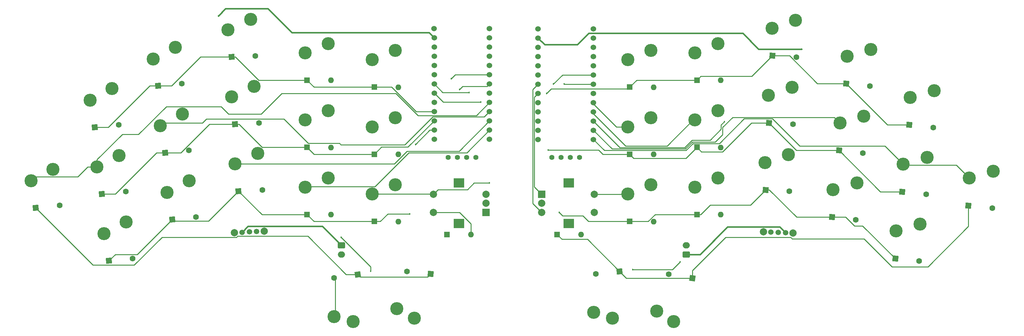
<source format=gtl>
%TF.GenerationSoftware,KiCad,Pcbnew,7.0.9*%
%TF.CreationDate,2024-02-19T09:25:44+08:00*%
%TF.ProjectId,ascend,61736365-6e64-42e6-9b69-6361645f7063,v1.2*%
%TF.SameCoordinates,Original*%
%TF.FileFunction,Copper,L1,Top*%
%TF.FilePolarity,Positive*%
%FSLAX46Y46*%
G04 Gerber Fmt 4.6, Leading zero omitted, Abs format (unit mm)*
G04 Created by KiCad (PCBNEW 7.0.9) date 2024-02-19 09:25:44*
%MOMM*%
%LPD*%
G01*
G04 APERTURE LIST*
G04 Aperture macros list*
%AMRoundRect*
0 Rectangle with rounded corners*
0 $1 Rounding radius*
0 $2 $3 $4 $5 $6 $7 $8 $9 X,Y pos of 4 corners*
0 Add a 4 corners polygon primitive as box body*
4,1,4,$2,$3,$4,$5,$6,$7,$8,$9,$2,$3,0*
0 Add four circle primitives for the rounded corners*
1,1,$1+$1,$2,$3*
1,1,$1+$1,$4,$5*
1,1,$1+$1,$6,$7*
1,1,$1+$1,$8,$9*
0 Add four rect primitives between the rounded corners*
20,1,$1+$1,$2,$3,$4,$5,0*
20,1,$1+$1,$4,$5,$6,$7,0*
20,1,$1+$1,$6,$7,$8,$9,0*
20,1,$1+$1,$8,$9,$2,$3,0*%
%AMHorizOval*
0 Thick line with rounded ends*
0 $1 width*
0 $2 $3 position (X,Y) of the first rounded end (center of the circle)*
0 $4 $5 position (X,Y) of the second rounded end (center of the circle)*
0 Add line between two ends*
20,1,$1,$2,$3,$4,$5,0*
0 Add two circle primitives to create the rounded ends*
1,1,$1,$2,$3*
1,1,$1,$4,$5*%
%AMRotRect*
0 Rectangle, with rotation*
0 The origin of the aperture is its center*
0 $1 length*
0 $2 width*
0 $3 Rotation angle, in degrees counterclockwise*
0 Add horizontal line*
21,1,$1,$2,0,0,$3*%
G04 Aperture macros list end*
%TA.AperFunction,ComponentPad*%
%ADD10C,1.524000*%
%TD*%
%TA.AperFunction,ComponentPad*%
%ADD11R,1.600000X1.600000*%
%TD*%
%TA.AperFunction,ComponentPad*%
%ADD12O,1.600000X1.600000*%
%TD*%
%TA.AperFunction,ComponentPad*%
%ADD13RoundRect,0.250000X0.750000X-0.600000X0.750000X0.600000X-0.750000X0.600000X-0.750000X-0.600000X0*%
%TD*%
%TA.AperFunction,ComponentPad*%
%ADD14O,2.000000X1.700000*%
%TD*%
%TA.AperFunction,ComponentPad*%
%ADD15R,2.000000X2.000000*%
%TD*%
%TA.AperFunction,ComponentPad*%
%ADD16C,2.000000*%
%TD*%
%TA.AperFunction,ComponentPad*%
%ADD17R,3.000000X2.500000*%
%TD*%
%TA.AperFunction,ComponentPad*%
%ADD18C,3.600000*%
%TD*%
%TA.AperFunction,ComponentPad*%
%ADD19RotRect,1.600000X1.600000X174.000000*%
%TD*%
%TA.AperFunction,ComponentPad*%
%ADD20HorizOval,1.600000X0.000000X0.000000X0.000000X0.000000X0*%
%TD*%
%TA.AperFunction,ComponentPad*%
%ADD21RotRect,1.600000X1.600000X177.000000*%
%TD*%
%TA.AperFunction,ComponentPad*%
%ADD22HorizOval,1.600000X0.000000X0.000000X0.000000X0.000000X0*%
%TD*%
%TA.AperFunction,ComponentPad*%
%ADD23C,1.500000*%
%TD*%
%TA.AperFunction,ComponentPad*%
%ADD24RotRect,1.600000X1.600000X186.000000*%
%TD*%
%TA.AperFunction,ComponentPad*%
%ADD25HorizOval,1.600000X0.000000X0.000000X0.000000X0.000000X0*%
%TD*%
%TA.AperFunction,ComponentPad*%
%ADD26RoundRect,0.250000X-0.750000X0.600000X-0.750000X-0.600000X0.750000X-0.600000X0.750000X0.600000X0*%
%TD*%
%TA.AperFunction,ComponentPad*%
%ADD27RotRect,1.600000X1.600000X183.000000*%
%TD*%
%TA.AperFunction,ComponentPad*%
%ADD28HorizOval,1.600000X0.000000X0.000000X0.000000X0.000000X0*%
%TD*%
%TA.AperFunction,ComponentPad*%
%ADD29RotRect,1.600000X1.600000X351.000000*%
%TD*%
%TA.AperFunction,ComponentPad*%
%ADD30HorizOval,1.600000X0.000000X0.000000X0.000000X0.000000X0*%
%TD*%
%TA.AperFunction,ComponentPad*%
%ADD31C,1.397000*%
%TD*%
%TA.AperFunction,ComponentPad*%
%ADD32RotRect,1.600000X1.600000X6.000000*%
%TD*%
%TA.AperFunction,ComponentPad*%
%ADD33HorizOval,1.600000X0.000000X0.000000X0.000000X0.000000X0*%
%TD*%
%TA.AperFunction,ComponentPad*%
%ADD34RotRect,1.600000X1.600000X354.000000*%
%TD*%
%TA.AperFunction,ComponentPad*%
%ADD35HorizOval,1.600000X0.000000X0.000000X0.000000X0.000000X0*%
%TD*%
%TA.AperFunction,ComponentPad*%
%ADD36RotRect,1.600000X1.600000X9.000000*%
%TD*%
%TA.AperFunction,ComponentPad*%
%ADD37HorizOval,1.600000X0.000000X0.000000X0.000000X0.000000X0*%
%TD*%
%TA.AperFunction,ViaPad*%
%ADD38C,0.457200*%
%TD*%
%TA.AperFunction,Conductor*%
%ADD39C,0.254000*%
%TD*%
%TA.AperFunction,Conductor*%
%ADD40C,0.400000*%
%TD*%
G04 APERTURE END LIST*
D10*
%TO.P,Pro_Micro_nRF58240_flip2,1,TX0/P0.06*%
%TO.N,unconnected-(Pro_Micro_nRF58240_flip2-TX0{slash}P0.06-Pad1)*%
X241197285Y-109069257D03*
%TO.P,Pro_Micro_nRF58240_flip2,2,RX1/P0.08*%
%TO.N,unconnected-(Pro_Micro_nRF58240_flip2-RX1{slash}P0.08-Pad2)*%
X241197285Y-111609257D03*
%TO.P,Pro_Micro_nRF58240_flip2,3,GND*%
%TO.N,GND_r*%
X241197285Y-114149257D03*
%TO.P,Pro_Micro_nRF58240_flip2,4,GND*%
X241197285Y-116689257D03*
%TO.P,Pro_Micro_nRF58240_flip2,5,P0.17*%
%TO.N,SDA_r*%
X241197285Y-119229257D03*
%TO.P,Pro_Micro_nRF58240_flip2,6,P0.20*%
%TO.N,SCL_r*%
X241197285Y-121769257D03*
%TO.P,Pro_Micro_nRF58240_flip2,7,P0.22*%
%TO.N,unconnected-(Pro_Micro_nRF58240_flip2-P0.22-Pad7)*%
X241197285Y-124309257D03*
%TO.P,Pro_Micro_nRF58240_flip2,8,P0.24*%
%TO.N,Col 0_r*%
X241197285Y-126849257D03*
%TO.P,Pro_Micro_nRF58240_flip2,9,P1.00*%
%TO.N,Col 1_r*%
X241197285Y-129389257D03*
%TO.P,Pro_Micro_nRF58240_flip2,10,P0.11*%
%TO.N,Col 2_r*%
X241197285Y-131929257D03*
%TO.P,Pro_Micro_nRF58240_flip2,11,P1.04*%
%TO.N,Col 3_r*%
X241197285Y-134469257D03*
%TO.P,Pro_Micro_nRF58240_flip2,12,P1.06*%
%TO.N,Col 4_r*%
X241197285Y-137009257D03*
%TO.P,Pro_Micro_nRF58240_flip2,13,NFC1/P0.09*%
%TO.N,Row 3_r*%
X225977285Y-137009257D03*
%TO.P,Pro_Micro_nRF58240_flip2,14,NFC2/P0.10*%
%TO.N,Row 2_r*%
X225977285Y-134469257D03*
%TO.P,Pro_Micro_nRF58240_flip2,15,P1.11*%
%TO.N,Row 1_r*%
X225977285Y-131929257D03*
%TO.P,Pro_Micro_nRF58240_flip2,16,P1.13*%
%TO.N,Row 0_r*%
X225977285Y-129389257D03*
%TO.P,Pro_Micro_nRF58240_flip2,17,P1.15*%
%TO.N,unconnected-(Pro_Micro_nRF58240_flip2-P1.15-Pad17)*%
X225977285Y-126849257D03*
%TO.P,Pro_Micro_nRF58240_flip2,18,AIN0/P0.02*%
%TO.N,EC_B_r*%
X225977285Y-124309257D03*
%TO.P,Pro_Micro_nRF58240_flip2,19,AIN5/P0.29*%
%TO.N,EC_A_r*%
X225977285Y-121769257D03*
%TO.P,Pro_Micro_nRF58240_flip2,20,AIN7/P0.31*%
%TO.N,unconnected-(Pro_Micro_nRF58240_flip2-AIN7{slash}P0.31-Pad20)*%
X225977285Y-119229257D03*
%TO.P,Pro_Micro_nRF58240_flip2,21,VCC*%
%TO.N,Vout(3.3V)_r*%
X225977285Y-116689257D03*
%TO.P,Pro_Micro_nRF58240_flip2,22,RST*%
%TO.N,unconnected-(Pro_Micro_nRF58240_flip2-RST-Pad22)*%
X225977285Y-114149257D03*
%TO.P,Pro_Micro_nRF58240_flip2,23,GND*%
%TO.N,GND_r*%
X225977285Y-111609257D03*
%TO.P,Pro_Micro_nRF58240_flip2,24,BATIN/P0.04*%
%TO.N,RAW_r*%
X225977285Y-109069257D03*
%TO.P,Pro_Micro_nRF58240_flip2,25,GND*%
%TO.N,GND_r*%
X241197285Y-106529257D03*
%TO.P,Pro_Micro_nRF58240_flip2,26,BATIN*%
%TO.N,unconnected-(Pro_Micro_nRF58240_flip2-BATIN-Pad26)*%
X225957285Y-106529257D03*
%TD*%
%TO.P,Pro_Micro_nRF58240_flip1,1,TX0/P0.06*%
%TO.N,unconnected-(Pro_Micro_nRF58240_flip1-TX0{slash}P0.06-Pad1)*%
X212597285Y-109044257D03*
%TO.P,Pro_Micro_nRF58240_flip1,2,RX1/P0.08*%
%TO.N,unconnected-(Pro_Micro_nRF58240_flip1-RX1{slash}P0.08-Pad2)*%
X212597285Y-111584257D03*
%TO.P,Pro_Micro_nRF58240_flip1,3,GND*%
%TO.N,GND_l*%
X212597285Y-114124257D03*
%TO.P,Pro_Micro_nRF58240_flip1,4,GND*%
X212597285Y-116664257D03*
%TO.P,Pro_Micro_nRF58240_flip1,5,P0.17*%
%TO.N,SDA_l*%
X212597285Y-119204257D03*
%TO.P,Pro_Micro_nRF58240_flip1,6,P0.20*%
%TO.N,SCL_l*%
X212597285Y-121744257D03*
%TO.P,Pro_Micro_nRF58240_flip1,7,P0.22*%
%TO.N,unconnected-(Pro_Micro_nRF58240_flip1-P0.22-Pad7)*%
X212597285Y-124284257D03*
%TO.P,Pro_Micro_nRF58240_flip1,8,P0.24*%
%TO.N,Col 0_l*%
X212597285Y-126824257D03*
%TO.P,Pro_Micro_nRF58240_flip1,9,P1.00*%
%TO.N,Col 1_l*%
X212597285Y-129364257D03*
%TO.P,Pro_Micro_nRF58240_flip1,10,P0.11*%
%TO.N,Col 2_l*%
X212597285Y-131904257D03*
%TO.P,Pro_Micro_nRF58240_flip1,11,P1.04*%
%TO.N,Col 3_l*%
X212597285Y-134444257D03*
%TO.P,Pro_Micro_nRF58240_flip1,12,P1.06*%
%TO.N,Col 4_l*%
X212597285Y-136984257D03*
%TO.P,Pro_Micro_nRF58240_flip1,13,NFC1/P0.09*%
%TO.N,Row 3_l*%
X197377285Y-136984257D03*
%TO.P,Pro_Micro_nRF58240_flip1,14,NFC2/P0.10*%
%TO.N,Row 2_l*%
X197377285Y-134444257D03*
%TO.P,Pro_Micro_nRF58240_flip1,15,P1.11*%
%TO.N,Row 1_l*%
X197377285Y-131904257D03*
%TO.P,Pro_Micro_nRF58240_flip1,16,P1.13*%
%TO.N,Row 0_l*%
X197377285Y-129364257D03*
%TO.P,Pro_Micro_nRF58240_flip1,17,P1.15*%
%TO.N,unconnected-(Pro_Micro_nRF58240_flip1-P1.15-Pad17)*%
X197377285Y-126824257D03*
%TO.P,Pro_Micro_nRF58240_flip1,18,AIN0/P0.02*%
%TO.N,EC_B_l*%
X197377285Y-124284257D03*
%TO.P,Pro_Micro_nRF58240_flip1,19,AIN5/P0.29*%
%TO.N,EC_A_l*%
X197377285Y-121744257D03*
%TO.P,Pro_Micro_nRF58240_flip1,20,AIN7/P0.31*%
%TO.N,unconnected-(Pro_Micro_nRF58240_flip1-AIN7{slash}P0.31-Pad20)*%
X197377285Y-119204257D03*
%TO.P,Pro_Micro_nRF58240_flip1,21,VCC*%
%TO.N,Vout(3.3V)_l*%
X197377285Y-116664257D03*
%TO.P,Pro_Micro_nRF58240_flip1,22,RST*%
%TO.N,unconnected-(Pro_Micro_nRF58240_flip1-RST-Pad22)*%
X197377285Y-114124257D03*
%TO.P,Pro_Micro_nRF58240_flip1,23,GND*%
%TO.N,GND_l*%
X197377285Y-111584257D03*
%TO.P,Pro_Micro_nRF58240_flip1,24,BATIN/P0.04*%
%TO.N,RAW_l*%
X197377285Y-109044257D03*
%TO.P,Pro_Micro_nRF58240_flip1,25,GND*%
%TO.N,GND_l*%
X212597285Y-106504257D03*
%TO.P,Pro_Micro_nRF58240_flip1,26,BATIN*%
%TO.N,unconnected-(Pro_Micro_nRF58240_flip1-BATIN-Pad26)*%
X197357285Y-106504257D03*
%TD*%
D11*
%TO.P,D5_r1,1,K*%
%TO.N,Row 0_r*%
X269685885Y-120702257D03*
D12*
%TO.P,D5_r1,2,A*%
%TO.N,Net-(D5_r1-A)*%
X276270885Y-120722257D03*
%TD*%
D13*
%TO.P,BT2,1,+*%
%TO.N,Battery_Vin_r*%
X266785885Y-168672257D03*
D14*
%TO.P,BT2,2,-*%
%TO.N,GND_r*%
X266785885Y-166172257D03*
%TD*%
D11*
%TO.P,D12,1,K*%
%TO.N,Row 1_l*%
X162385885Y-139202257D03*
D12*
%TO.P,D12,2,A*%
%TO.N,Net-(D12-A)*%
X168970885Y-139222257D03*
%TD*%
D15*
%TO.P,SW2,A,A*%
%TO.N,EC_B_r*%
X226946385Y-152102257D03*
D16*
%TO.P,SW2,B,B*%
%TO.N,EC_A_r*%
X226946385Y-157102257D03*
%TO.P,SW2,C,C*%
%TO.N,GND_r*%
X226946385Y-154602257D03*
D17*
%TO.P,SW2,MP*%
%TO.N,N/C*%
X234446385Y-149002257D03*
X234446385Y-160202257D03*
D16*
%TO.P,SW2,S1,S1*%
%TO.N,Col 0_r*%
X241446385Y-152102257D03*
%TO.P,SW2,S2,S2*%
%TO.N,Net-(D20-A)*%
X241446385Y-157102257D03*
%TD*%
D18*
%TO.P,S16_r1,1,1*%
%TO.N,Col 4_r*%
X326466574Y-143850425D03*
%TO.P,S16_r1,2,2*%
%TO.N,Net-(D16_r1-A)*%
X333047290Y-141988095D03*
%TD*%
%TO.P,S10,1,1*%
%TO.N,Col 2_l*%
X142577301Y-143761427D03*
%TO.P,S10,2,2*%
%TO.N,Net-(D10-A)*%
X148785665Y-140892575D03*
%TD*%
D11*
%TO.P,D13,1,K*%
%TO.N,Row 2_l*%
X162385885Y-157702257D03*
D12*
%TO.P,D13,2,A*%
%TO.N,Net-(D13-A)*%
X168970885Y-157722257D03*
%TD*%
D18*
%TO.P,S10_r1,1,1*%
%TO.N,Col 2_r*%
X289369968Y-124890502D03*
%TO.P,S10_r1,2,2*%
%TO.N,Net-(D10_r1-A)*%
X295844199Y-122686316D03*
%TD*%
D19*
%TO.P,D18_r1,1,K*%
%TO.N,Row 3_r*%
X344425466Y-155229980D03*
D20*
%TO.P,D18_r1,2,A*%
%TO.N,Net-(D18_r1-A)*%
X350972302Y-155938191D03*
%TD*%
D21*
%TO.P,D10_r1,1,K*%
%TO.N,Row 1_r*%
X289524602Y-132448953D03*
D22*
%TO.P,D10_r1,2,A*%
%TO.N,Net-(D10_r1-A)*%
X296099530Y-132813558D03*
%TD*%
D16*
%TO.P,5feet_power2,*%
%TO.N,*%
X287977500Y-162464727D03*
X296169696Y-162822405D03*
D23*
%TO.P,5feet_power2,1*%
%TO.N,unconnected-(5feet_power2-Pad1)*%
X290075502Y-162556327D03*
%TO.P,5feet_power2,2*%
%TO.N,RAW_r*%
X292073598Y-162643566D03*
%TO.P,5feet_power2,3*%
%TO.N,Battery_Vin_r*%
X294071694Y-162730805D03*
%TD*%
D19*
%TO.P,D12_r1,1,K*%
%TO.N,Row 0_r*%
X310753556Y-121626221D03*
D20*
%TO.P,D12_r1,2,A*%
%TO.N,Net-(D12_r1-A)*%
X317300392Y-122334432D03*
%TD*%
D18*
%TO.P,S8_r1,1,1*%
%TO.N,Col 2_r*%
X263257105Y-187146829D03*
%TO.P,S8_r1,2,2*%
%TO.N,Net-(D8_r1-A)*%
X258647175Y-184290511D03*
%TD*%
D21*
%TO.P,D9_r1,1,K*%
%TO.N,Row 0_r*%
X290492816Y-113974307D03*
D22*
%TO.P,D9_r1,2,A*%
%TO.N,Net-(D9_r1-A)*%
X297067744Y-114338912D03*
%TD*%
D24*
%TO.P,D3,1,K*%
%TO.N,Row 1_l*%
X105910249Y-152046614D03*
D25*
%TO.P,D3,2,A*%
%TO.N,Net-(D3-A)*%
X112461266Y-151378184D03*
%TD*%
D11*
%TO.P,D1_r1,1,K*%
%TO.N,Row 0_r*%
X251185885Y-122602257D03*
D12*
%TO.P,D1_r1,2,A*%
%TO.N,Net-(D1_r1-A)*%
X257770885Y-122622257D03*
%TD*%
D18*
%TO.P,S5,1,1*%
%TO.N,Col 1_l*%
X120046975Y-114825021D03*
%TO.P,S5,2,2*%
%TO.N,Net-(D5-A)*%
X126096687Y-111635179D03*
%TD*%
D26*
%TO.P,BT1,1,+*%
%TO.N,Battery_Vin_l*%
X171805885Y-166172257D03*
D14*
%TO.P,BT1,2,-*%
%TO.N,GND_l*%
X171805885Y-168672257D03*
%TD*%
D18*
%TO.P,S7_r1,1,1*%
%TO.N,Col 1_r*%
X269135885Y-150162257D03*
%TO.P,S7_r1,2,2*%
%TO.N,Net-(D7_r1-A)*%
X275485885Y-147622257D03*
%TD*%
%TO.P,S13_r1,1,1*%
%TO.N,Col 3_r*%
X309060937Y-132468691D03*
%TO.P,S13_r1,2,2*%
%TO.N,Net-(D13_r1-A)*%
X315641653Y-130606361D03*
%TD*%
D27*
%TO.P,D8,1,K*%
%TO.N,Row 0_l*%
X141584731Y-114313013D03*
D28*
%TO.P,D8,2,A*%
%TO.N,Net-(D8-A)*%
X148161753Y-113988354D03*
%TD*%
D18*
%TO.P,S9_r1,1,1*%
%TO.N,Col 2_r*%
X290338185Y-106415855D03*
%TO.P,S9_r1,2,2*%
%TO.N,Net-(D9_r1-A)*%
X296812416Y-104211669D03*
%TD*%
%TO.P,S7,1,1*%
%TO.N,Col 1_l*%
X123859576Y-151577832D03*
%TO.P,S7,2,2*%
%TO.N,Net-(D7-A)*%
X129909288Y-148387990D03*
%TD*%
%TO.P,S13,1,1*%
%TO.N,Col 3_l*%
X161835885Y-150162257D03*
%TO.P,S13,2,2*%
%TO.N,Net-(D13-A)*%
X168185885Y-147622257D03*
%TD*%
D29*
%TO.P,D8_r1,1,K*%
%TO.N,Row 3_r*%
X268448043Y-175211932D03*
D30*
%TO.P,D8_r1,2,A*%
%TO.N,Net-(D8_r1-A)*%
X261947244Y-174162058D03*
%TD*%
D28*
%TO.P,D10,2,A*%
%TO.N,Net-(D10-A)*%
X150098184Y-150937649D03*
D27*
%TO.P,D10,1,K*%
%TO.N,Row 2_l*%
X143521162Y-151262308D03*
%TD*%
%TO.P,D9,1,K*%
%TO.N,Row 1_l*%
X142552949Y-132787660D03*
D28*
%TO.P,D9,2,A*%
%TO.N,Net-(D9-A)*%
X149129971Y-132463001D03*
%TD*%
D24*
%TO.P,D7,1,K*%
%TO.N,Row 2_l*%
X125249661Y-159063537D03*
D25*
%TO.P,D7,2,A*%
%TO.N,Net-(D7-A)*%
X131800678Y-158395107D03*
%TD*%
D11*
%TO.P,D3_r1,1,K*%
%TO.N,Row 2_r*%
X251185885Y-159602257D03*
D12*
%TO.P,D3_r1,2,A*%
%TO.N,Net-(D3_r1-A)*%
X257770885Y-159622257D03*
%TD*%
D11*
%TO.P,D20,1,K*%
%TO.N,Row 3_r*%
X231186385Y-163174757D03*
D12*
%TO.P,D20,2,A*%
%TO.N,Net-(D20-A)*%
X237771385Y-163194757D03*
%TD*%
D18*
%TO.P,S16,1,1*%
%TO.N,Col 4_l*%
X180335885Y-133562257D03*
%TO.P,S16,2,2*%
%TO.N,Net-(D16-A)*%
X186685885Y-131022257D03*
%TD*%
D31*
%TO.P,OL2,1,SDA*%
%TO.N,SDA_r*%
X229714504Y-141943686D03*
%TO.P,OL2,2,SCL*%
%TO.N,SCL_r*%
X232254504Y-141943686D03*
%TO.P,OL2,3,VCC*%
%TO.N,Vout(3.3V)_r*%
X234794504Y-141943686D03*
%TO.P,OL2,4,GND*%
%TO.N,GND_r*%
X237334504Y-141943686D03*
%TD*%
D18*
%TO.P,S12,1,1*%
%TO.N,Col 3_l*%
X161835885Y-131662257D03*
%TO.P,S12,2,2*%
%TO.N,Net-(D12-A)*%
X168185885Y-129122257D03*
%TD*%
%TO.P,S6,1,1*%
%TO.N,Col 1_l*%
X121980753Y-133223676D03*
%TO.P,S6,2,2*%
%TO.N,Net-(D6-A)*%
X128030465Y-130033834D03*
%TD*%
D11*
%TO.P,D16,1,K*%
%TO.N,Row 1_l*%
X180885885Y-141102257D03*
D12*
%TO.P,D16,2,A*%
%TO.N,Net-(D16-A)*%
X187470885Y-141122257D03*
%TD*%
D32*
%TO.P,D4_r1,1,K*%
%TO.N,Row 3_r*%
X248395768Y-173361256D03*
D33*
%TO.P,D4_r1,2,A*%
%TO.N,Net-(D4_r1-A)*%
X241844751Y-174029686D03*
%TD*%
D24*
%TO.P,D4,1,K*%
%TO.N,Row 2_l*%
X107844027Y-170445270D03*
D25*
%TO.P,D4,2,A*%
%TO.N,Net-(D4-A)*%
X114395044Y-169776840D03*
%TD*%
D18*
%TO.P,S14,1,1*%
%TO.N,Col 2_l*%
X175080201Y-187135401D03*
%TO.P,S14,2,2*%
%TO.N,Net-(D14-A)*%
X169813247Y-185843428D03*
%TD*%
D24*
%TO.P,D2,1,K*%
%TO.N,Row 0_l*%
X103976474Y-133647959D03*
D25*
%TO.P,D2,2,A*%
%TO.N,Net-(D2-A)*%
X110527491Y-132979529D03*
%TD*%
D19*
%TO.P,D14_r1,1,K*%
%TO.N,Row 2_r*%
X306886003Y-158423531D03*
D20*
%TO.P,D14_r1,2,A*%
%TO.N,Net-(D14_r1-A)*%
X313432839Y-159131742D03*
%TD*%
D24*
%TO.P,D1,1,K*%
%TO.N,Row 3_l*%
X87710198Y-155869981D03*
D25*
%TO.P,D1,2,A*%
%TO.N,Net-(D1-A)*%
X94261215Y-155201551D03*
%TD*%
D18*
%TO.P,S1_r1,1,1*%
%TO.N,Col 0_r*%
X250635885Y-115062257D03*
%TO.P,S1_r1,2,2*%
%TO.N,Net-(D1_r1-A)*%
X256985885Y-112522257D03*
%TD*%
%TO.P,S1,1,1*%
%TO.N,Col 0_l*%
X86375066Y-148428781D03*
%TO.P,S1,2,2*%
%TO.N,Net-(D1-A)*%
X92424778Y-145238939D03*
%TD*%
D11*
%TO.P,D7_r1,1,K*%
%TO.N,Row 2_r*%
X269685885Y-157702257D03*
D12*
%TO.P,D7_r1,2,A*%
%TO.N,Net-(D7_r1-A)*%
X276270885Y-157722257D03*
%TD*%
D18*
%TO.P,S8,1,1*%
%TO.N,Col 2_l*%
X140640871Y-106812133D03*
%TO.P,S8,2,2*%
%TO.N,Net-(D8-A)*%
X146849235Y-103943281D03*
%TD*%
%TO.P,S18,1,1*%
%TO.N,Col 3_l*%
X191867240Y-186240804D03*
%TO.P,S18,2,2*%
%TO.N,Net-(D18-A)*%
X187114140Y-183629666D03*
%TD*%
D19*
%TO.P,D13_r1,1,K*%
%TO.N,Row 1_r*%
X308819782Y-140024876D03*
D20*
%TO.P,D13_r1,2,A*%
%TO.N,Net-(D13_r1-A)*%
X315366618Y-140733087D03*
%TD*%
D18*
%TO.P,S3,1,1*%
%TO.N,Col 0_l*%
X104575118Y-144605409D03*
%TO.P,S3,2,2*%
%TO.N,Net-(D3-A)*%
X110624830Y-141415567D03*
%TD*%
D11*
%TO.P,D6_r1,1,K*%
%TO.N,Row 1_r*%
X269685885Y-139202257D03*
D12*
%TO.P,D6_r1,2,A*%
%TO.N,Net-(D6_r1-A)*%
X276270885Y-139222257D03*
%TD*%
D15*
%TO.P,SW1,A,A*%
%TO.N,EC_A_l*%
X211645885Y-157102257D03*
D16*
%TO.P,SW1,B,B*%
%TO.N,EC_B_l*%
X211645885Y-152102257D03*
%TO.P,SW1,C,C*%
%TO.N,GND_l*%
X211645885Y-154602257D03*
D17*
%TO.P,SW1,MP*%
%TO.N,N/C*%
X204145885Y-160202257D03*
X204145885Y-149002257D03*
D16*
%TO.P,SW1,S1,S1*%
%TO.N,Net-(D19-A)*%
X197145885Y-157102257D03*
%TO.P,SW1,S2,S2*%
%TO.N,Col 4_l*%
X197145885Y-152102257D03*
%TD*%
D11*
%TO.P,D19,1,K*%
%TO.N,Row 3_l*%
X200885885Y-163174757D03*
D12*
%TO.P,D19,2,A*%
%TO.N,Net-(D19-A)*%
X207470885Y-163194757D03*
%TD*%
D18*
%TO.P,S17_r1,1,1*%
%TO.N,Col 4_r*%
X324510546Y-162221603D03*
%TO.P,S17_r1,2,2*%
%TO.N,Net-(D17_r1-A)*%
X331091262Y-160359273D03*
%TD*%
D24*
%TO.P,D6,1,K*%
%TO.N,Row 1_l*%
X123315885Y-140664880D03*
D25*
%TO.P,D6,2,A*%
%TO.N,Net-(D6-A)*%
X129866902Y-139996450D03*
%TD*%
D18*
%TO.P,S17,1,1*%
%TO.N,Col 4_l*%
X180335885Y-152062257D03*
%TO.P,S17,2,2*%
%TO.N,Net-(D17-A)*%
X186685885Y-149522257D03*
%TD*%
%TO.P,S18_r1,1,1*%
%TO.N,Col 4_r*%
X344644374Y-147646317D03*
%TO.P,S18_r1,2,2*%
%TO.N,Net-(D18_r1-A)*%
X351225090Y-145783987D03*
%TD*%
D19*
%TO.P,D16_r1,1,K*%
%TO.N,Row 1_r*%
X326225416Y-151406611D03*
D20*
%TO.P,D16_r1,2,A*%
%TO.N,Net-(D16_r1-A)*%
X332772252Y-152114822D03*
%TD*%
D18*
%TO.P,S6_r1,1,1*%
%TO.N,Col 1_r*%
X269135885Y-131662257D03*
%TO.P,S6_r1,2,2*%
%TO.N,Net-(D6_r1-A)*%
X275485885Y-129122257D03*
%TD*%
%TO.P,S11_r1,1,1*%
%TO.N,Col 2_r*%
X288401753Y-143365147D03*
%TO.P,S11_r1,2,2*%
%TO.N,Net-(D11_r1-A)*%
X294875984Y-141160961D03*
%TD*%
%TO.P,S5_r1,1,1*%
%TO.N,Col 1_r*%
X269135885Y-113162257D03*
%TO.P,S5_r1,2,2*%
%TO.N,Net-(D5_r1-A)*%
X275485885Y-110622257D03*
%TD*%
%TO.P,S3_r1,1,1*%
%TO.N,Col 0_r*%
X250635885Y-152062257D03*
%TO.P,S3_r1,2,2*%
%TO.N,Net-(D3_r1-A)*%
X256985885Y-149522257D03*
%TD*%
%TO.P,S9,1,1*%
%TO.N,Col 2_l*%
X141609087Y-125286779D03*
%TO.P,S9,2,2*%
%TO.N,Net-(D9-A)*%
X147817451Y-122417927D03*
%TD*%
%TO.P,S15,1,1*%
%TO.N,Col 4_l*%
X180285885Y-115062257D03*
%TO.P,S15,2,2*%
%TO.N,Net-(D15-A)*%
X186635885Y-112522257D03*
%TD*%
%TO.P,S15_r1,1,1*%
%TO.N,Col 4_r*%
X328400348Y-125451770D03*
%TO.P,S15_r1,2,2*%
%TO.N,Net-(D15_r1-A)*%
X334981064Y-123589440D03*
%TD*%
D16*
%TO.P,5feet_power1,*%
%TO.N,*%
X150611111Y-162312207D03*
X142418915Y-162669885D03*
D23*
%TO.P,5feet_power1,1*%
%TO.N,unconnected-(5feet_power1-Pad1)*%
X148513109Y-162403807D03*
%TO.P,5feet_power1,2*%
%TO.N,RAW_l*%
X146515013Y-162491046D03*
%TO.P,5feet_power1,3*%
%TO.N,Battery_Vin_l*%
X144516917Y-162578285D03*
%TD*%
D19*
%TO.P,D15_r1,1,K*%
%TO.N,Row 0_r*%
X328159191Y-133007956D03*
D20*
%TO.P,D15_r1,2,A*%
%TO.N,Net-(D15_r1-A)*%
X334706027Y-133716167D03*
%TD*%
D18*
%TO.P,S12_r1,1,1*%
%TO.N,Col 3_r*%
X310994716Y-114070035D03*
%TO.P,S12_r1,2,2*%
%TO.N,Net-(D12_r1-A)*%
X317575432Y-112207705D03*
%TD*%
%TO.P,S4_r1,1,1*%
%TO.N,Col 1_r*%
X246470688Y-186232996D03*
%TO.P,S4_r1,2,2*%
%TO.N,Net-(D4_r1-A)*%
X241278569Y-184667143D03*
%TD*%
D11*
%TO.P,D17,1,K*%
%TO.N,Row 2_l*%
X180885885Y-159602257D03*
D12*
%TO.P,D17,2,A*%
%TO.N,Net-(D17-A)*%
X187470885Y-159622257D03*
%TD*%
D34*
%TO.P,D18,1,K*%
%TO.N,Row 3_l*%
X196426442Y-174050595D03*
D35*
%TO.P,D18,2,A*%
%TO.N,Net-(D18-A)*%
X189879606Y-173342384D03*
%TD*%
D31*
%TO.P,OL1,1,SDA*%
%TO.N,SDA_l*%
X201204504Y-141943686D03*
%TO.P,OL1,2,SCL*%
%TO.N,SCL_l*%
X203744504Y-141943686D03*
%TO.P,OL1,3,VCC*%
%TO.N,Vout(3.3V)_l*%
X206284504Y-141943686D03*
%TO.P,OL1,4,GND*%
%TO.N,GND_l*%
X208824504Y-141943686D03*
%TD*%
D11*
%TO.P,D15,1,K*%
%TO.N,Row 0_l*%
X180885885Y-122602257D03*
D12*
%TO.P,D15,2,A*%
%TO.N,Net-(D15-A)*%
X187470885Y-122622257D03*
%TD*%
D11*
%TO.P,D2_r1,1,K*%
%TO.N,Row 1_r*%
X251185885Y-141102257D03*
D12*
%TO.P,D2_r1,2,A*%
%TO.N,Net-(D2_r1-A)*%
X257770885Y-141122257D03*
%TD*%
D18*
%TO.P,S2_r1,1,1*%
%TO.N,Col 0_r*%
X250635885Y-133562257D03*
%TO.P,S2_r1,2,2*%
%TO.N,Net-(D2_r1-A)*%
X256985885Y-131022257D03*
%TD*%
%TO.P,S2,1,1*%
%TO.N,Col 0_l*%
X102641340Y-126206754D03*
%TO.P,S2,2,2*%
%TO.N,Net-(D2-A)*%
X108691052Y-123016912D03*
%TD*%
D19*
%TO.P,D17_r1,1,K*%
%TO.N,Row 2_r*%
X324291638Y-169805264D03*
D20*
%TO.P,D17_r1,2,A*%
%TO.N,Net-(D17_r1-A)*%
X330838474Y-170513475D03*
%TD*%
D11*
%TO.P,D11,1,K*%
%TO.N,Row 0_l*%
X162385885Y-120702257D03*
D12*
%TO.P,D11,2,A*%
%TO.N,Net-(D11-A)*%
X168970885Y-120722257D03*
%TD*%
D24*
%TO.P,D5,1,K*%
%TO.N,Row 0_l*%
X121382108Y-122266226D03*
D25*
%TO.P,D5,2,A*%
%TO.N,Net-(D5-A)*%
X127933125Y-121597796D03*
%TD*%
D18*
%TO.P,S11,1,1*%
%TO.N,Col 3_l*%
X161835885Y-113162257D03*
%TO.P,S11,2,2*%
%TO.N,Net-(D11-A)*%
X168185885Y-110622257D03*
%TD*%
%TO.P,S14_r1,1,1*%
%TO.N,Col 3_r*%
X307127161Y-150867346D03*
%TO.P,S14_r1,2,2*%
%TO.N,Net-(D14_r1-A)*%
X313707877Y-149005016D03*
%TD*%
D36*
%TO.P,D14,1,K*%
%TO.N,Row 3_l*%
X176328991Y-174180553D03*
D37*
%TO.P,D14,2,A*%
%TO.N,Net-(D14-A)*%
X169821935Y-175190920D03*
%TD*%
D21*
%TO.P,D11_r1,1,K*%
%TO.N,Row 2_r*%
X288556385Y-150923599D03*
D22*
%TO.P,D11_r1,2,A*%
%TO.N,Net-(D11_r1-A)*%
X295131313Y-151288204D03*
%TD*%
D18*
%TO.P,S4,1,1*%
%TO.N,Col 0_l*%
X106503665Y-162954339D03*
%TO.P,S4,2,2*%
%TO.N,Net-(D4-A)*%
X112553377Y-159764497D03*
%TD*%
D38*
%TO.N,EC_B_l*%
X210205885Y-126752257D03*
%TO.N,EC_A_l*%
X206995885Y-124092257D03*
%TO.N,RAW_r*%
X298515885Y-112122257D03*
%TO.N,SCL_r*%
X233145885Y-121702257D03*
%TO.N,SDA_r*%
X230150885Y-121757257D03*
%TO.N,Row 1_r*%
X228705885Y-139902257D03*
%TO.N,Row 2_r*%
X231755885Y-157102257D03*
%TO.N,Row 0_r*%
X228285885Y-124362257D03*
%TO.N,Col 2_r*%
X277235885Y-132102257D03*
%TO.N,Col 1_r*%
X265075885Y-170722257D03*
X251995885Y-172852257D03*
%TO.N,Row 2_l*%
X192255885Y-138372257D03*
%TO.N,Col 3_l*%
X171785885Y-163972257D03*
X179925885Y-173282257D03*
%TO.N,RAW_l*%
X137955885Y-102982257D03*
%TO.N,SCL_l*%
X204375885Y-123212257D03*
%TO.N,SDA_l*%
X202105885Y-120302257D03*
%TO.N,Col 4_l*%
X212595885Y-148962257D03*
%TO.N,Row 2_l*%
X190625885Y-157502257D03*
%TD*%
D39*
%TO.N,EC_A_r*%
X224529485Y-123217057D02*
X225977285Y-121769257D01*
X224529485Y-154685357D02*
X224529485Y-123217057D01*
X226946385Y-157102257D02*
X224529485Y-154685357D01*
%TO.N,EC_B_r*%
X224935885Y-150091757D02*
X226946385Y-152102257D01*
X224935885Y-125350657D02*
X224935885Y-150091757D01*
X225977285Y-124309257D02*
X224935885Y-125350657D01*
%TO.N,EC_B_l*%
X210205885Y-126752257D02*
X199845285Y-126752257D01*
X199845285Y-126752257D02*
X197377285Y-124284257D01*
%TO.N,EC_A_l*%
X199725285Y-124092257D02*
X197377285Y-121744257D01*
X206995885Y-124092257D02*
X199725285Y-124092257D01*
D40*
%TO.N,RAW_r*%
X227810285Y-110902257D02*
X225977285Y-109069257D01*
X236765885Y-110902257D02*
X227810285Y-110902257D01*
X239915885Y-107752257D02*
X236765885Y-110902257D01*
X282315885Y-107752257D02*
X239915885Y-107752257D01*
X286685885Y-112122257D02*
X282315885Y-107752257D01*
X298515885Y-112122257D02*
X286685885Y-112122257D01*
%TO.N,Battery_Vin_r*%
X292453216Y-161112327D02*
X294071694Y-162730805D01*
X270545885Y-168672257D02*
X278105815Y-161112327D01*
X266785885Y-168672257D02*
X270545885Y-168672257D01*
X278105815Y-161112327D02*
X292453216Y-161112327D01*
D39*
%TO.N,SCL_r*%
X233212885Y-121769257D02*
X241197285Y-121769257D01*
X233145885Y-121702257D02*
X233212885Y-121769257D01*
%TO.N,SDA_r*%
X232678885Y-119229257D02*
X241197285Y-119229257D01*
X230150885Y-121757257D02*
X232678885Y-119229257D01*
%TO.N,SCL_l*%
X211979285Y-122362257D02*
X212597285Y-121744257D01*
X205225885Y-122362257D02*
X211979285Y-122362257D01*
X204375885Y-123212257D02*
X205225885Y-122362257D01*
%TO.N,SDA_l*%
X203203885Y-119204257D02*
X212597285Y-119204257D01*
X202105885Y-120302257D02*
X203203885Y-119204257D01*
%TO.N,Col 0_r*%
X247525885Y-133562257D02*
X250635885Y-133562257D01*
X241197285Y-127233657D02*
X247525885Y-133562257D01*
X241197285Y-126849257D02*
X241197285Y-127233657D01*
%TO.N,Col 1_r*%
X268629633Y-131662257D02*
X269135885Y-131662257D01*
X261488233Y-138803657D02*
X268629633Y-131662257D01*
X250087285Y-138803657D02*
X261488233Y-138803657D01*
X241197285Y-129913657D02*
X250087285Y-138803657D01*
X241197285Y-129389257D02*
X241197285Y-129913657D01*
%TO.N,Row 1_r*%
X243845885Y-141102257D02*
X251185885Y-141102257D01*
X242645885Y-139902257D02*
X243845885Y-141102257D01*
X228705885Y-139902257D02*
X242645885Y-139902257D01*
%TO.N,Row 2_r*%
X239795885Y-159602257D02*
X251185885Y-159602257D01*
X238265885Y-158072257D02*
X239795885Y-159602257D01*
X232725885Y-158072257D02*
X238265885Y-158072257D01*
X231755885Y-157102257D02*
X232725885Y-158072257D01*
%TO.N,Row 0_r*%
X250735885Y-123052257D02*
X251185885Y-122602257D01*
X229595885Y-123052257D02*
X250735885Y-123052257D01*
X228285885Y-124362257D02*
X229595885Y-123052257D01*
%TO.N,Row 1_r*%
X284739189Y-132448953D02*
X289524602Y-132448953D01*
X276785885Y-140402257D02*
X284739189Y-132448953D01*
X270885885Y-140402257D02*
X276785885Y-140402257D01*
X269685885Y-139202257D02*
X270885885Y-140402257D01*
X252285885Y-142202257D02*
X266685885Y-142202257D01*
X266685885Y-142202257D02*
X269685885Y-139202257D01*
X251185885Y-141102257D02*
X252285885Y-142202257D01*
%TO.N,Col 2_r*%
X276363485Y-134151899D02*
X276363485Y-132974657D01*
X273320495Y-137194889D02*
X276363485Y-134151899D01*
X276363485Y-132974657D02*
X277235885Y-132102257D01*
X268384981Y-137194889D02*
X273320495Y-137194889D01*
X266369813Y-139210057D02*
X267841749Y-137738121D01*
X261885885Y-139210057D02*
X266369813Y-139210057D01*
X248478085Y-139210057D02*
X261885885Y-139210057D01*
X267841749Y-137738121D02*
X268384981Y-137194889D01*
X241197285Y-131929257D02*
X248478085Y-139210057D01*
%TO.N,Col 3_r*%
X307514627Y-130922381D02*
X309060937Y-132468691D01*
X279529509Y-130922381D02*
X307514627Y-130922381D01*
X276769885Y-133682005D02*
X279529509Y-130922381D01*
X276769885Y-135678257D02*
X276769885Y-133682005D01*
X274731685Y-137716457D02*
X276769885Y-135678257D01*
X268438149Y-137716457D02*
X274731685Y-137716457D01*
X266538149Y-139616457D02*
X268438149Y-137716457D01*
X246344485Y-139616457D02*
X266538149Y-139616457D01*
X241197285Y-134469257D02*
X246344485Y-139616457D01*
%TO.N,Col 4_r*%
X250106485Y-140032257D02*
X244220285Y-140032257D01*
X250115885Y-140022857D02*
X250106485Y-140032257D01*
X266687685Y-140022857D02*
X250115885Y-140022857D01*
X275875285Y-138122857D02*
X268606485Y-138122857D01*
X244220285Y-140032257D02*
X241197285Y-137009257D01*
X268606485Y-138122857D02*
X266697085Y-140032257D01*
X282709361Y-131328781D02*
X275895285Y-138142857D01*
X275895285Y-138142857D02*
X275875285Y-138122857D01*
X290442409Y-131328781D02*
X282709361Y-131328781D01*
X297979864Y-138866236D02*
X290442409Y-131328781D01*
X321482385Y-138866236D02*
X297979864Y-138866236D01*
X326466574Y-143850425D02*
X321482385Y-138866236D01*
X266697085Y-140032257D02*
X266687685Y-140022857D01*
%TO.N,Row 3_r*%
X239546769Y-164512257D02*
X248395768Y-173361256D01*
X231186385Y-163174757D02*
X232523885Y-164512257D01*
X232523885Y-164512257D02*
X239546769Y-164512257D01*
X344425466Y-160922676D02*
X344425466Y-155229980D01*
X295540203Y-164002257D02*
X295900203Y-164362257D01*
X333275885Y-172072257D02*
X344425466Y-160922676D01*
X277555885Y-164002257D02*
X295540203Y-164002257D01*
X295900203Y-164362257D02*
X315725885Y-164362257D01*
X315725885Y-164362257D02*
X323435885Y-172072257D01*
X268448043Y-173110099D02*
X277555885Y-164002257D01*
X323435885Y-172072257D02*
X333275885Y-172072257D01*
X268448043Y-175211932D02*
X268448043Y-173110099D01*
%TO.N,Row 2_r*%
X310647159Y-158423531D02*
X313025885Y-160802257D01*
X313025885Y-160802257D02*
X315288631Y-160802257D01*
X315288631Y-160802257D02*
X324291638Y-169805264D01*
X306886003Y-158423531D02*
X310647159Y-158423531D01*
%TO.N,Col 1_r*%
X262945885Y-172852257D02*
X265075885Y-170722257D01*
X251995885Y-172852257D02*
X262945885Y-172852257D01*
%TO.N,Row 3_r*%
X268418517Y-175241458D02*
X268448043Y-175211932D01*
X250275970Y-175241458D02*
X268418517Y-175241458D01*
X248395768Y-173361256D02*
X250275970Y-175241458D01*
%TO.N,Row 2_r*%
X288556385Y-150923599D02*
X289613048Y-150923599D01*
X289613048Y-150923599D02*
X297112980Y-158423531D01*
X297112980Y-158423531D02*
X306886003Y-158423531D01*
X284437727Y-155042257D02*
X288556385Y-150923599D01*
X270739885Y-157702257D02*
X273399885Y-155042257D01*
X273399885Y-155042257D02*
X284437727Y-155042257D01*
X269685885Y-157702257D02*
X270739885Y-157702257D01*
X258164382Y-157702257D02*
X269685885Y-157702257D01*
X256264382Y-159602257D02*
X258164382Y-157702257D01*
X251185885Y-159602257D02*
X256264382Y-159602257D01*
%TO.N,Row 1_r*%
X320201517Y-151406611D02*
X326225416Y-151406611D01*
X308819782Y-140024876D02*
X320201517Y-151406611D01*
X297100525Y-140024876D02*
X308819782Y-140024876D01*
X289524602Y-132448953D02*
X297100525Y-140024876D01*
%TO.N,Row 0_r*%
X253085885Y-120702257D02*
X251185885Y-122602257D01*
X269685885Y-120702257D02*
X253085885Y-120702257D01*
X270745285Y-119642857D02*
X269685885Y-120702257D01*
X284824266Y-119642857D02*
X270745285Y-119642857D01*
X290492816Y-113974307D02*
X284824266Y-119642857D01*
X302828550Y-121626221D02*
X295176636Y-113974307D01*
X310753556Y-121626221D02*
X302828550Y-121626221D01*
X295176636Y-113974307D02*
X290492816Y-113974307D01*
X328159191Y-133007956D02*
X322135291Y-133007956D01*
X322135291Y-133007956D02*
X310753556Y-121626221D01*
%TO.N,Row 2_l*%
X196183885Y-134444257D02*
X197377285Y-134444257D01*
X192255885Y-138372257D02*
X196183885Y-134444257D01*
%TO.N,Col 2_l*%
X186440596Y-143717546D02*
X142621182Y-143717546D01*
X142621182Y-143717546D02*
X142577301Y-143761427D01*
X204245685Y-140255857D02*
X189902285Y-140255857D01*
X212597285Y-131904257D02*
X204245685Y-140255857D01*
X189902285Y-140255857D02*
X186440596Y-143717546D01*
%TO.N,Col 3_l*%
X162035885Y-149962257D02*
X161835885Y-150162257D01*
X206379285Y-140662257D02*
X190385885Y-140662257D01*
X190385885Y-140662257D02*
X181085885Y-149962257D01*
X212597285Y-134444257D02*
X206379285Y-140662257D01*
X181085885Y-149962257D02*
X162035885Y-149962257D01*
X171785885Y-163972257D02*
X179925885Y-172112257D01*
X179925885Y-172112257D02*
X179925885Y-173282257D01*
%TO.N,Row 3_l*%
X173134181Y-174180553D02*
X176328991Y-174180553D01*
X162585885Y-163632257D02*
X173134181Y-174180553D01*
X114814232Y-171603910D02*
X122468857Y-163949285D01*
X142948860Y-163949285D02*
X143265888Y-163632257D01*
X143265888Y-163632257D02*
X162585885Y-163632257D01*
X103444127Y-171603910D02*
X114814232Y-171603910D01*
X87710198Y-155869981D02*
X103444127Y-171603910D01*
X122468857Y-163949285D02*
X142948860Y-163949285D01*
%TO.N,Net-(D14-A)*%
X170125885Y-185530790D02*
X169813247Y-185843428D01*
X170125885Y-175494870D02*
X170125885Y-185530790D01*
X169821935Y-175190920D02*
X170125885Y-175494870D01*
D40*
%TO.N,RAW_l*%
X195945285Y-107612257D02*
X197377285Y-109044257D01*
X151635885Y-101012257D02*
X158235885Y-107612257D01*
X158235885Y-107612257D02*
X195945285Y-107612257D01*
X139925885Y-101012257D02*
X151635885Y-101012257D01*
X137955885Y-102982257D02*
X139925885Y-101012257D01*
%TO.N,Battery_Vin_l*%
X166593435Y-160959807D02*
X171805885Y-166172257D01*
X146135395Y-160959807D02*
X166593435Y-160959807D01*
X144516917Y-162578285D02*
X146135395Y-160959807D01*
D39*
%TO.N,Col 4_l*%
X208375885Y-148962257D02*
X212595885Y-148962257D01*
X198425285Y-150822857D02*
X206515285Y-150822857D01*
X197145885Y-152102257D02*
X198425285Y-150822857D01*
X206515285Y-150822857D02*
X208375885Y-148962257D01*
X197105885Y-152062257D02*
X197145885Y-152102257D01*
X180335885Y-152062257D02*
X197105885Y-152062257D01*
%TO.N,Col 1_l*%
X211149485Y-130812057D02*
X212597285Y-129364257D01*
X196996722Y-130812057D02*
X211149485Y-130812057D01*
X189325522Y-138483257D02*
X196996722Y-130812057D01*
X171299506Y-138105878D02*
X171676885Y-138483257D01*
X171676885Y-138483257D02*
X189325522Y-138483257D01*
X162693254Y-138105878D02*
X171299506Y-138105878D01*
X155970977Y-131383601D02*
X162693254Y-138105878D01*
X133565885Y-132492257D02*
X134674541Y-131383601D01*
X122712172Y-132492257D02*
X133565885Y-132492257D01*
X121980753Y-133223676D02*
X122712172Y-132492257D01*
X134674541Y-131383601D02*
X155970977Y-131383601D01*
%TO.N,Col 0_l*%
X104575118Y-142583024D02*
X104575118Y-144605409D01*
X111539697Y-135618445D02*
X104575118Y-142583024D01*
X115965885Y-135618445D02*
X111539697Y-135618445D01*
X104828286Y-144352241D02*
X104575118Y-144605409D01*
X123629896Y-127954434D02*
X115965885Y-135618445D01*
X155405885Y-124352257D02*
X149753244Y-130004898D01*
X149753244Y-130004898D02*
X140812642Y-130004898D01*
X186861149Y-124352257D02*
X155405885Y-124352257D01*
X140812642Y-130004898D02*
X138762178Y-127954434D01*
X192914549Y-130405657D02*
X186861149Y-124352257D01*
X138762178Y-127954434D02*
X123629896Y-127954434D01*
X209015885Y-130405657D02*
X192914549Y-130405657D01*
X212597285Y-126824257D02*
X209015885Y-130405657D01*
%TO.N,Row 0_l*%
X192447885Y-129364257D02*
X197377285Y-129364257D01*
X185685885Y-122602257D02*
X192447885Y-129364257D01*
X180885885Y-122602257D02*
X185685885Y-122602257D01*
%TO.N,Row 3_l*%
X177050695Y-174902257D02*
X195574780Y-174902257D01*
X195574780Y-174902257D02*
X196426442Y-174050595D01*
X176328991Y-174180553D02*
X177050695Y-174902257D01*
%TO.N,Net-(D19-A)*%
X207470885Y-160218457D02*
X207470885Y-163194757D01*
X204354685Y-157102257D02*
X207470885Y-160218457D01*
X197145885Y-157102257D02*
X204354685Y-157102257D01*
%TO.N,Row 2_l*%
X184613127Y-157502257D02*
X190625885Y-157502257D01*
X182513127Y-159602257D02*
X184613127Y-157502257D01*
X180885885Y-159602257D02*
X182513127Y-159602257D01*
X164285885Y-159602257D02*
X180885885Y-159602257D01*
X162385885Y-157702257D02*
X164285885Y-159602257D01*
X143521162Y-151262308D02*
X149961111Y-157702257D01*
X149961111Y-157702257D02*
X162385885Y-157702257D01*
X135308963Y-159474507D02*
X143521162Y-151262308D01*
X125660631Y-159474507D02*
X135308963Y-159474507D01*
X125249661Y-159063537D02*
X125660631Y-159474507D01*
X115615758Y-168697440D02*
X125249661Y-159063537D01*
X109591857Y-168697440D02*
X115615758Y-168697440D01*
X107844027Y-170445270D02*
X109591857Y-168697440D01*
%TO.N,Row 1_l*%
X164285885Y-141102257D02*
X180885885Y-141102257D01*
X162385885Y-139202257D02*
X164285885Y-141102257D01*
X143621466Y-132787660D02*
X150036063Y-139202257D01*
X150036063Y-139202257D02*
X162385885Y-139202257D01*
X142552949Y-132787660D02*
X143621466Y-132787660D01*
X127671969Y-140664880D02*
X135549189Y-132787660D01*
X123315885Y-140664880D02*
X127671969Y-140664880D01*
X135549189Y-132787660D02*
X142552949Y-132787660D01*
X120995528Y-140664880D02*
X123315885Y-140664880D01*
X109613794Y-152046614D02*
X120995528Y-140664880D01*
X105910249Y-152046614D02*
X109613794Y-152046614D01*
%TO.N,Row 0_l*%
X164285885Y-122602257D02*
X180885885Y-122602257D01*
X162385885Y-120702257D02*
X164285885Y-122602257D01*
X149042497Y-120702257D02*
X162385885Y-120702257D01*
X142653253Y-114313013D02*
X149042497Y-120702257D01*
X141584731Y-114313013D02*
X142653253Y-114313013D01*
X133038864Y-114313013D02*
X141584731Y-114313013D01*
X121382108Y-122266226D02*
X125085651Y-122266226D01*
X125085651Y-122266226D02*
X133038864Y-114313013D01*
X119061749Y-122266226D02*
X121382108Y-122266226D01*
X103976474Y-133647959D02*
X107680016Y-133647959D01*
X107680016Y-133647959D02*
X119061749Y-122266226D01*
%TO.N,Row 1_l*%
X190169285Y-139112257D02*
X197377285Y-131904257D01*
X182875885Y-139112257D02*
X190169285Y-139112257D01*
X180885885Y-141102257D02*
X182875885Y-139112257D01*
%TO.N,Col 0_r*%
X250595885Y-152102257D02*
X250635885Y-152062257D01*
X241446385Y-152102257D02*
X250595885Y-152102257D01*
%TO.N,Col 4_r*%
X341065552Y-144067495D02*
X344644374Y-147646317D01*
X326683644Y-144067495D02*
X341065552Y-144067495D01*
X326466574Y-143850425D02*
X326683644Y-144067495D01*
%TO.N,Col 0_l*%
X102029534Y-144605409D02*
X104575118Y-144605409D01*
X99316604Y-147318339D02*
X102029534Y-144605409D01*
X86375066Y-148428781D02*
X87485508Y-147318339D01*
X87485508Y-147318339D02*
X99316604Y-147318339D01*
%TD*%
M02*

</source>
